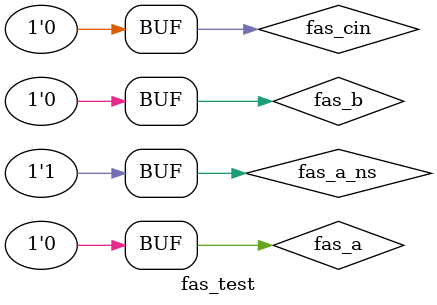
<source format=sv>
module fas_test;
    
    //Gate outputs
    logic  fas_s;
    logic fas_cout;
    
    // Gate inputs
    logic fas_a;
    logic fas_b;
    logic fas_cin;
    logic fas_a_ns;

fas uut (.a(fas_a), .b(fas_b), .cin(fas_cin), .a_ns(fas_a_ns), .s(fas_s), .cout(fas_cout));


initial begin
    fas_a = 1'b0;
    fas_b = 1'b0;
    fas_cin = 1'b0;
    fas_a_ns = 1'b0;
    //testing
    #70
    fas_a = 1'b1; 
    #70
    fas_a = 1'b0; 
    //more tests
    #500
    fas_b = 1'b1; 
    #500
    fas_cin = 1'b1; 
    #500
    fas_a = 1'b1; 
    #500
    fas_cin = 1'b0; 
    #500
    fas_a_ns = 1'b1; 
    #500
    fas_b = 1'b1;
    #500
    fas_cin = 1'b1;
    #500
    fas_b = 1'b0;
    #500
    fas_a = 1'b0; 
    #500
    fas_cin = 1'b0;
end

endmodule

</source>
